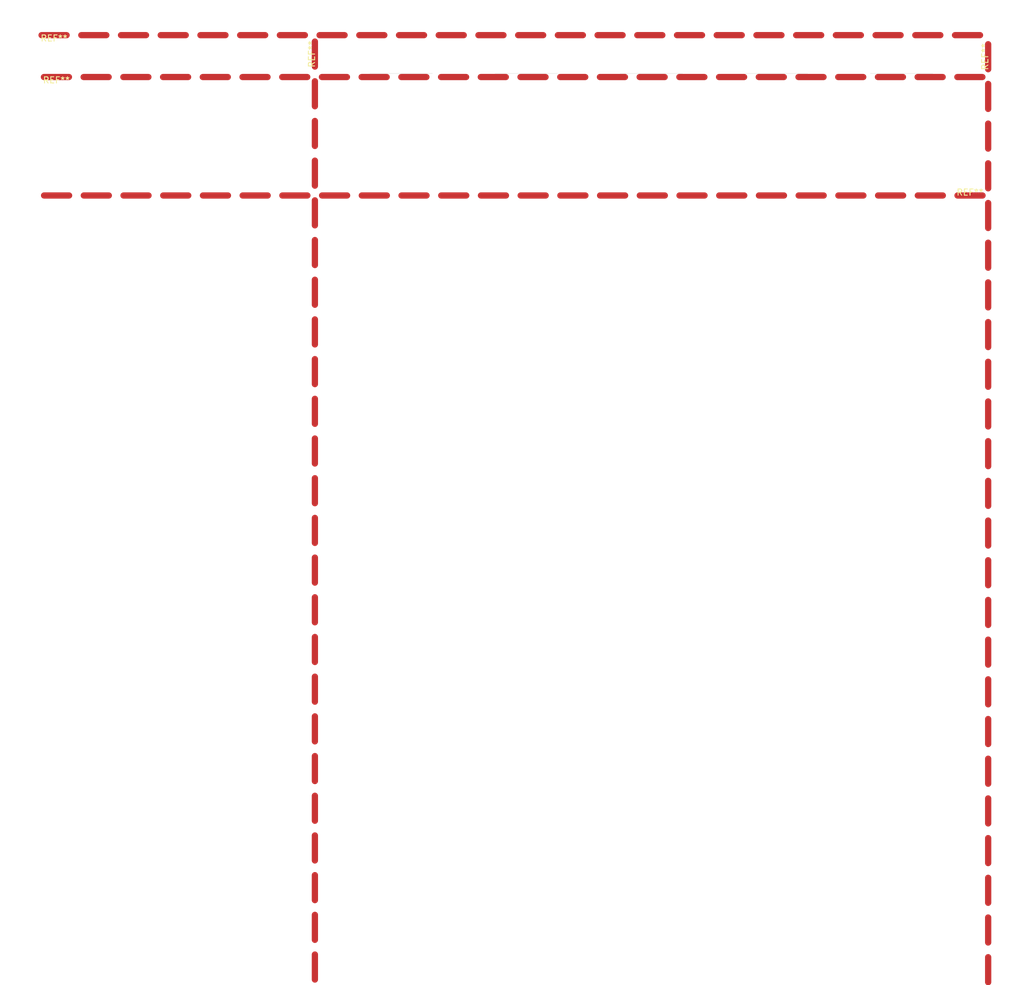
<source format=kicad_pcb>
(kicad_pcb (version 20171130) (host pcbnew 5.1.5+dfsg1-2build2)

  (general
    (thickness 1.6)
    (drawings 72)
    (tracks 0)
    (zones 0)
    (modules 5)
    (nets 1)
  )

  (page A4)
  (layers
    (0 F.Cu signal)
    (31 B.Cu signal)
    (32 B.Adhes user)
    (33 F.Adhes user)
    (34 B.Paste user)
    (35 F.Paste user)
    (36 B.SilkS user)
    (37 F.SilkS user)
    (38 B.Mask user)
    (39 F.Mask user)
    (40 Dwgs.User user)
    (41 Cmts.User user)
    (42 Eco1.User user)
    (43 Eco2.User user)
    (44 Edge.Cuts user)
    (45 Margin user)
    (46 B.CrtYd user)
    (47 F.CrtYd user)
    (48 B.Fab user)
    (49 F.Fab user)
  )

  (setup
    (last_trace_width 0.35)
    (trace_clearance 0.25)
    (zone_clearance 0.508)
    (zone_45_only no)
    (trace_min 0.3)
    (via_size 0.8)
    (via_drill 0.4)
    (via_min_size 0.5)
    (via_min_drill 0.4)
    (uvia_size 0.3)
    (uvia_drill 0.1)
    (uvias_allowed no)
    (uvia_min_size 0.2)
    (uvia_min_drill 0.1)
    (edge_width 0.05)
    (segment_width 0.2)
    (pcb_text_width 0.3)
    (pcb_text_size 1.5 1.5)
    (mod_edge_width 0.12)
    (mod_text_size 1 1)
    (mod_text_width 0.15)
    (pad_size 1.524 1.524)
    (pad_drill 0.762)
    (pad_to_mask_clearance 0.051)
    (solder_mask_min_width 0.25)
    (aux_axis_origin 0 0)
    (visible_elements FFFFFF7F)
    (pcbplotparams
      (layerselection 0x010fc_ffffffff)
      (usegerberextensions false)
      (usegerberattributes false)
      (usegerberadvancedattributes false)
      (creategerberjobfile false)
      (excludeedgelayer true)
      (linewidth 0.100000)
      (plotframeref false)
      (viasonmask false)
      (mode 1)
      (useauxorigin false)
      (hpglpennumber 1)
      (hpglpenspeed 20)
      (hpglpendiameter 15.000000)
      (psnegative false)
      (psa4output false)
      (plotreference true)
      (plotvalue true)
      (plotinvisibletext false)
      (padsonsilk false)
      (subtractmaskfromsilk false)
      (outputformat 1)
      (mirror false)
      (drillshape 1)
      (scaleselection 1)
      (outputdirectory ""))
  )

  (net 0 "")

  (net_class Default "This is the default net class."
    (clearance 0.25)
    (trace_width 0.35)
    (via_dia 0.8)
    (via_drill 0.4)
    (uvia_dia 0.3)
    (uvia_drill 0.1)
    (diff_pair_width 0.3)
    (diff_pair_gap 0.25)
  )

  (net_class Power ""
    (clearance 0.25)
    (trace_width 0.45)
    (via_dia 1)
    (via_drill 0.4)
    (uvia_dia 0.3)
    (uvia_drill 0.1)
    (diff_pair_width 0.3)
    (diff_pair_gap 0.25)
  )

  (module Digi:Long_Pad_single_sided (layer F.Cu) (tedit 5F2CBB43) (tstamp 5F2D187A)
    (at 171.15 66.4 180)
    (fp_text reference REF** (at 0 0.5) (layer F.SilkS)
      (effects (font (size 1 1) (thickness 0.15)))
    )
    (fp_text value Long_Pad_single_sided (at 0 -0.5) (layer F.Fab)
      (effects (font (size 1 1) (thickness 0.15)))
    )
    (pad 1 smd oval (at 0 0 180) (size 5 1) (layers F.Cu F.Paste F.Mask))
    (pad 1 smd oval (at 6.35 0 180) (size 5 1) (layers F.Cu F.Paste F.Mask))
    (pad 1 smd oval (at 12.7 0 180) (size 5 1) (layers F.Cu F.Paste F.Mask))
    (pad 1 smd oval (at 19.05 0 180) (size 5 1) (layers F.Cu F.Paste F.Mask))
    (pad 1 smd oval (at 25.4 0 180) (size 5 1) (layers F.Cu F.Paste F.Mask))
    (pad 1 smd oval (at 31.75 0 180) (size 5 1) (layers F.Cu F.Paste F.Mask))
    (pad 1 smd oval (at 38.1 0 180) (size 5 1) (layers F.Cu F.Paste F.Mask))
    (pad 1 smd oval (at 44.45 0 180) (size 5 1) (layers F.Cu F.Paste F.Mask))
    (pad 1 smd oval (at 50.8 0 180) (size 5 1) (layers F.Cu F.Paste F.Mask))
    (pad 1 smd oval (at 57.15 0 180) (size 5 1) (layers F.Cu F.Paste F.Mask))
    (pad 1 smd oval (at 63.5 0 180) (size 5 1) (layers F.Cu F.Paste F.Mask))
    (pad 1 smd oval (at 69.85 0 180) (size 5 1) (layers F.Cu F.Paste F.Mask))
    (pad 1 smd oval (at 76.2 0 180) (size 5 1) (layers F.Cu F.Paste F.Mask))
    (pad 1 smd oval (at 82.55 0 180) (size 5 1) (layers F.Cu F.Paste F.Mask))
    (pad 1 smd oval (at 88.9 0 180) (size 5 1) (layers F.Cu F.Paste F.Mask))
    (pad 1 smd oval (at 95.25 0 180) (size 5 1) (layers F.Cu F.Paste F.Mask))
    (pad 1 smd oval (at 101.6 0 180) (size 5 1) (layers F.Cu F.Paste F.Mask))
    (pad 1 smd oval (at 107.95 0 180) (size 5 1) (layers F.Cu F.Paste F.Mask))
    (pad 1 smd oval (at 114.3 0 180) (size 5 1) (layers F.Cu F.Paste F.Mask))
    (pad 1 smd oval (at 120.65 0 180) (size 5 1) (layers F.Cu F.Paste F.Mask))
    (pad 1 smd oval (at 127 0 180) (size 5 1) (layers F.Cu F.Paste F.Mask))
    (pad 1 smd oval (at 133.35 0 180) (size 5 1) (layers F.Cu F.Paste F.Mask))
    (pad 1 smd oval (at 139.7 0 180) (size 5 1) (layers F.Cu F.Paste F.Mask))
    (pad 1 smd oval (at 146.05 0 180) (size 5 1) (layers F.Cu F.Paste F.Mask))
  )

  (module Digi:Long_Pad_single_sided (layer F.Cu) (tedit 5F2CBB43) (tstamp 5F2D187A)
    (at 25.075 47.45)
    (fp_text reference REF** (at 0 0.5) (layer F.SilkS)
      (effects (font (size 1 1) (thickness 0.15)))
    )
    (fp_text value Long_Pad_single_sided (at 0 -0.5) (layer F.Fab)
      (effects (font (size 1 1) (thickness 0.15)))
    )
    (pad 1 smd oval (at 0 0) (size 5 1) (layers F.Cu F.Paste F.Mask))
    (pad 1 smd oval (at 6.35 0) (size 5 1) (layers F.Cu F.Paste F.Mask))
    (pad 1 smd oval (at 12.7 0) (size 5 1) (layers F.Cu F.Paste F.Mask))
    (pad 1 smd oval (at 19.05 0) (size 5 1) (layers F.Cu F.Paste F.Mask))
    (pad 1 smd oval (at 25.4 0) (size 5 1) (layers F.Cu F.Paste F.Mask))
    (pad 1 smd oval (at 31.75 0) (size 5 1) (layers F.Cu F.Paste F.Mask))
    (pad 1 smd oval (at 38.1 0) (size 5 1) (layers F.Cu F.Paste F.Mask))
    (pad 1 smd oval (at 44.45 0) (size 5 1) (layers F.Cu F.Paste F.Mask))
    (pad 1 smd oval (at 50.8 0) (size 5 1) (layers F.Cu F.Paste F.Mask))
    (pad 1 smd oval (at 57.15 0) (size 5 1) (layers F.Cu F.Paste F.Mask))
    (pad 1 smd oval (at 63.5 0) (size 5 1) (layers F.Cu F.Paste F.Mask))
    (pad 1 smd oval (at 69.85 0) (size 5 1) (layers F.Cu F.Paste F.Mask))
    (pad 1 smd oval (at 76.2 0) (size 5 1) (layers F.Cu F.Paste F.Mask))
    (pad 1 smd oval (at 82.55 0) (size 5 1) (layers F.Cu F.Paste F.Mask))
    (pad 1 smd oval (at 88.9 0) (size 5 1) (layers F.Cu F.Paste F.Mask))
    (pad 1 smd oval (at 95.25 0) (size 5 1) (layers F.Cu F.Paste F.Mask))
    (pad 1 smd oval (at 101.6 0) (size 5 1) (layers F.Cu F.Paste F.Mask))
    (pad 1 smd oval (at 107.95 0) (size 5 1) (layers F.Cu F.Paste F.Mask))
    (pad 1 smd oval (at 114.3 0) (size 5 1) (layers F.Cu F.Paste F.Mask))
    (pad 1 smd oval (at 120.65 0) (size 5 1) (layers F.Cu F.Paste F.Mask))
    (pad 1 smd oval (at 127 0) (size 5 1) (layers F.Cu F.Paste F.Mask))
    (pad 1 smd oval (at 133.35 0) (size 5 1) (layers F.Cu F.Paste F.Mask))
    (pad 1 smd oval (at 139.7 0) (size 5 1) (layers F.Cu F.Paste F.Mask))
    (pad 1 smd oval (at 146.05 0) (size 5 1) (layers F.Cu F.Paste F.Mask))
  )

  (module Digi:Long_Pad_single_sided (layer F.Cu) (tedit 5F2CBB43) (tstamp 5F2D187A)
    (at 66.4 43.775 270)
    (fp_text reference REF** (at 0 0.5 90) (layer F.SilkS)
      (effects (font (size 1 1) (thickness 0.15)))
    )
    (fp_text value Long_Pad_single_sided (at 0 -0.5 90) (layer F.Fab)
      (effects (font (size 1 1) (thickness 0.15)))
    )
    (pad 1 smd oval (at 0 0 270) (size 5 1) (layers F.Cu F.Paste F.Mask))
    (pad 1 smd oval (at 6.35 0 270) (size 5 1) (layers F.Cu F.Paste F.Mask))
    (pad 1 smd oval (at 12.7 0 270) (size 5 1) (layers F.Cu F.Paste F.Mask))
    (pad 1 smd oval (at 19.05 0 270) (size 5 1) (layers F.Cu F.Paste F.Mask))
    (pad 1 smd oval (at 25.4 0 270) (size 5 1) (layers F.Cu F.Paste F.Mask))
    (pad 1 smd oval (at 31.75 0 270) (size 5 1) (layers F.Cu F.Paste F.Mask))
    (pad 1 smd oval (at 38.1 0 270) (size 5 1) (layers F.Cu F.Paste F.Mask))
    (pad 1 smd oval (at 44.45 0 270) (size 5 1) (layers F.Cu F.Paste F.Mask))
    (pad 1 smd oval (at 50.8 0 270) (size 5 1) (layers F.Cu F.Paste F.Mask))
    (pad 1 smd oval (at 57.15 0 270) (size 5 1) (layers F.Cu F.Paste F.Mask))
    (pad 1 smd oval (at 63.5 0 270) (size 5 1) (layers F.Cu F.Paste F.Mask))
    (pad 1 smd oval (at 69.85 0 270) (size 5 1) (layers F.Cu F.Paste F.Mask))
    (pad 1 smd oval (at 76.2 0 270) (size 5 1) (layers F.Cu F.Paste F.Mask))
    (pad 1 smd oval (at 82.55 0 270) (size 5 1) (layers F.Cu F.Paste F.Mask))
    (pad 1 smd oval (at 88.9 0 270) (size 5 1) (layers F.Cu F.Paste F.Mask))
    (pad 1 smd oval (at 95.25 0 270) (size 5 1) (layers F.Cu F.Paste F.Mask))
    (pad 1 smd oval (at 101.6 0 270) (size 5 1) (layers F.Cu F.Paste F.Mask))
    (pad 1 smd oval (at 107.95 0 270) (size 5 1) (layers F.Cu F.Paste F.Mask))
    (pad 1 smd oval (at 114.3 0 270) (size 5 1) (layers F.Cu F.Paste F.Mask))
    (pad 1 smd oval (at 120.65 0 270) (size 5 1) (layers F.Cu F.Paste F.Mask))
    (pad 1 smd oval (at 127 0 270) (size 5 1) (layers F.Cu F.Paste F.Mask))
    (pad 1 smd oval (at 133.35 0 270) (size 5 1) (layers F.Cu F.Paste F.Mask))
    (pad 1 smd oval (at 139.7 0 270) (size 5 1) (layers F.Cu F.Paste F.Mask))
    (pad 1 smd oval (at 146.05 0 270) (size 5 1) (layers F.Cu F.Paste F.Mask))
  )

  (module Digi:Long_Pad_single_sided (layer F.Cu) (tedit 5F2CBB43) (tstamp 5F2D187A)
    (at 174.05 44.2 270)
    (fp_text reference REF** (at 0 0.5 90) (layer F.SilkS)
      (effects (font (size 1 1) (thickness 0.15)))
    )
    (fp_text value Long_Pad_single_sided (at 0 -0.5 90) (layer F.Fab)
      (effects (font (size 1 1) (thickness 0.15)))
    )
    (pad 1 smd oval (at 0 0 270) (size 5 1) (layers F.Cu F.Paste F.Mask))
    (pad 1 smd oval (at 6.35 0 270) (size 5 1) (layers F.Cu F.Paste F.Mask))
    (pad 1 smd oval (at 12.7 0 270) (size 5 1) (layers F.Cu F.Paste F.Mask))
    (pad 1 smd oval (at 19.05 0 270) (size 5 1) (layers F.Cu F.Paste F.Mask))
    (pad 1 smd oval (at 25.4 0 270) (size 5 1) (layers F.Cu F.Paste F.Mask))
    (pad 1 smd oval (at 31.75 0 270) (size 5 1) (layers F.Cu F.Paste F.Mask))
    (pad 1 smd oval (at 38.1 0 270) (size 5 1) (layers F.Cu F.Paste F.Mask))
    (pad 1 smd oval (at 44.45 0 270) (size 5 1) (layers F.Cu F.Paste F.Mask))
    (pad 1 smd oval (at 50.8 0 270) (size 5 1) (layers F.Cu F.Paste F.Mask))
    (pad 1 smd oval (at 57.15 0 270) (size 5 1) (layers F.Cu F.Paste F.Mask))
    (pad 1 smd oval (at 63.5 0 270) (size 5 1) (layers F.Cu F.Paste F.Mask))
    (pad 1 smd oval (at 69.85 0 270) (size 5 1) (layers F.Cu F.Paste F.Mask))
    (pad 1 smd oval (at 76.2 0 270) (size 5 1) (layers F.Cu F.Paste F.Mask))
    (pad 1 smd oval (at 82.55 0 270) (size 5 1) (layers F.Cu F.Paste F.Mask))
    (pad 1 smd oval (at 88.9 0 270) (size 5 1) (layers F.Cu F.Paste F.Mask))
    (pad 1 smd oval (at 95.25 0 270) (size 5 1) (layers F.Cu F.Paste F.Mask))
    (pad 1 smd oval (at 101.6 0 270) (size 5 1) (layers F.Cu F.Paste F.Mask))
    (pad 1 smd oval (at 107.95 0 270) (size 5 1) (layers F.Cu F.Paste F.Mask))
    (pad 1 smd oval (at 114.3 0 270) (size 5 1) (layers F.Cu F.Paste F.Mask))
    (pad 1 smd oval (at 120.65 0 270) (size 5 1) (layers F.Cu F.Paste F.Mask))
    (pad 1 smd oval (at 127 0 270) (size 5 1) (layers F.Cu F.Paste F.Mask))
    (pad 1 smd oval (at 133.35 0 270) (size 5 1) (layers F.Cu F.Paste F.Mask))
    (pad 1 smd oval (at 139.7 0 270) (size 5 1) (layers F.Cu F.Paste F.Mask))
    (pad 1 smd oval (at 146.05 0 270) (size 5 1) (layers F.Cu F.Paste F.Mask))
  )

  (module Digi:Long_Pad_single_sided (layer F.Cu) (tedit 5F2CBB43) (tstamp 5F2D187A)
    (at 24.7 40.75)
    (fp_text reference REF** (at 0 0.5) (layer F.SilkS)
      (effects (font (size 1 1) (thickness 0.15)))
    )
    (fp_text value Long_Pad_single_sided (at 0 -0.5) (layer F.Fab)
      (effects (font (size 1 1) (thickness 0.15)))
    )
    (pad 1 smd oval (at 0 0) (size 5 1) (layers F.Cu F.Paste F.Mask))
    (pad 1 smd oval (at 6.35 0) (size 5 1) (layers F.Cu F.Paste F.Mask))
    (pad 1 smd oval (at 12.7 0) (size 5 1) (layers F.Cu F.Paste F.Mask))
    (pad 1 smd oval (at 19.05 0) (size 5 1) (layers F.Cu F.Paste F.Mask))
    (pad 1 smd oval (at 25.4 0) (size 5 1) (layers F.Cu F.Paste F.Mask))
    (pad 1 smd oval (at 31.75 0) (size 5 1) (layers F.Cu F.Paste F.Mask))
    (pad 1 smd oval (at 38.1 0) (size 5 1) (layers F.Cu F.Paste F.Mask))
    (pad 1 smd oval (at 44.45 0) (size 5 1) (layers F.Cu F.Paste F.Mask))
    (pad 1 smd oval (at 50.8 0) (size 5 1) (layers F.Cu F.Paste F.Mask))
    (pad 1 smd oval (at 57.15 0) (size 5 1) (layers F.Cu F.Paste F.Mask))
    (pad 1 smd oval (at 63.5 0) (size 5 1) (layers F.Cu F.Paste F.Mask))
    (pad 1 smd oval (at 69.85 0) (size 5 1) (layers F.Cu F.Paste F.Mask))
    (pad 1 smd oval (at 76.2 0) (size 5 1) (layers F.Cu F.Paste F.Mask))
    (pad 1 smd oval (at 82.55 0) (size 5 1) (layers F.Cu F.Paste F.Mask))
    (pad 1 smd oval (at 88.9 0) (size 5 1) (layers F.Cu F.Paste F.Mask))
    (pad 1 smd oval (at 95.25 0) (size 5 1) (layers F.Cu F.Paste F.Mask))
    (pad 1 smd oval (at 101.6 0) (size 5 1) (layers F.Cu F.Paste F.Mask))
    (pad 1 smd oval (at 107.95 0) (size 5 1) (layers F.Cu F.Paste F.Mask))
    (pad 1 smd oval (at 114.3 0) (size 5 1) (layers F.Cu F.Paste F.Mask))
    (pad 1 smd oval (at 120.65 0) (size 5 1) (layers F.Cu F.Paste F.Mask))
    (pad 1 smd oval (at 127 0) (size 5 1) (layers F.Cu F.Paste F.Mask))
    (pad 1 smd oval (at 133.35 0) (size 5 1) (layers F.Cu F.Paste F.Mask))
    (pad 1 smd oval (at 139.7 0) (size 5 1) (layers F.Cu F.Paste F.Mask))
    (pad 1 smd oval (at 146.05 0) (size 5 1) (layers F.Cu F.Paste F.Mask))
  )

  (gr_line (start 155.199999 46.875) (end 165.199999 46.875) (layer Edge.Cuts) (width 0.05) (tstamp 5F2CBA09))
  (gr_line (start 135.199999 46.875) (end 145.199999 46.875) (layer Edge.Cuts) (width 0.05) (tstamp 5F2CBA08))
  (gr_line (start 115.199999 46.875) (end 125.199999 46.875) (layer Edge.Cuts) (width 0.05) (tstamp 5F2CBA07))
  (gr_line (start 95.199999 46.875) (end 105.199999 46.875) (layer Edge.Cuts) (width 0.05) (tstamp 5F2CBA06))
  (gr_line (start 75.199999 46.875) (end 85.199999 46.875) (layer Edge.Cuts) (width 0.05) (tstamp 5F2CBA05))
  (gr_line (start 145.199999 45.275) (end 135.199999 45.275) (layer Edge.Cuts) (width 0.00031))
  (gr_line (start 165.200001 66.999999) (end 165.200001 68.599999) (layer Edge.Cuts) (width 0.00031))
  (gr_line (start 105.199999 46.875) (end 105.199999 45.275) (layer Edge.Cuts) (width 0.00031))
  (gr_line (start 125.199999 46.875) (end 125.199999 45.275) (layer Edge.Cuts) (width 0.00031))
  (gr_line (start 115.199999 45.275) (end 115.199999 46.875) (layer Edge.Cuts) (width 0.00031))
  (gr_line (start 85.199999 45.275) (end 75.199999 45.275) (layer Edge.Cuts) (width 0.00031))
  (gr_line (start 125.199999 45.275) (end 115.199999 45.275) (layer Edge.Cuts) (width 0.00031))
  (gr_line (start 135.199999 45.275) (end 135.199999 46.875) (layer Edge.Cuts) (width 0.00031))
  (gr_line (start 145.200001 66.999999) (end 145.200001 68.599999) (layer Edge.Cuts) (width 0.00031))
  (gr_line (start 65.800001 58.599999) (end 65.800001 68.599999) (layer Edge.Cuts) (width 0.00031))
  (gr_line (start 95.200001 40.199999) (end 95.200001 38.599999) (layer Edge.Cuts) (width 0.00031))
  (gr_line (start 95.200001 66.999999) (end 105.200001 66.999999) (layer Edge.Cuts) (width 0.00031))
  (gr_line (start 75.199999 45.275) (end 75.199999 46.875) (layer Edge.Cuts) (width 0.00031))
  (gr_line (start 115.200001 38.599999) (end 105.200001 38.599999) (layer Edge.Cuts) (width 0.00031))
  (gr_line (start 115.200001 66.999999) (end 125.200001 66.999999) (layer Edge.Cuts) (width 0.00031))
  (gr_line (start 85.200001 66.999999) (end 85.200001 68.599999) (layer Edge.Cuts) (width 0.00031))
  (gr_line (start 155.200001 38.599999) (end 145.200001 38.599999) (layer Edge.Cuts) (width 0.00031))
  (gr_line (start 125.200001 38.599999) (end 125.200001 40.199999) (layer Edge.Cuts) (width 0.00031))
  (gr_line (start 135.200001 38.599999) (end 125.200001 38.599999) (layer Edge.Cuts) (width 0.00031))
  (gr_line (start 145.200001 40.199999) (end 135.200001 40.199999) (layer Edge.Cuts) (width 0.00031))
  (gr_line (start 135.200001 40.199999) (end 135.200001 38.599999) (layer Edge.Cuts) (width 0.00031))
  (gr_line (start 145.200001 38.599999) (end 145.200001 40.199999) (layer Edge.Cuts) (width 0.00031))
  (gr_line (start 165.200001 40.199999) (end 155.200001 40.199999) (layer Edge.Cuts) (width 0.00031))
  (gr_line (start 85.200001 38.599999) (end 85.200001 40.199999) (layer Edge.Cuts) (width 0.00031))
  (gr_line (start 95.200001 38.599999) (end 85.200001 38.599999) (layer Edge.Cuts) (width 0.00031))
  (gr_line (start 125.200001 66.999999) (end 125.200001 68.599999) (layer Edge.Cuts) (width 0.00031))
  (gr_line (start 105.200001 66.999999) (end 105.200001 68.599999) (layer Edge.Cuts) (width 0.00031))
  (gr_line (start 65.800001 38.599999) (end 65.800001 48.599999) (layer Edge.Cuts) (width 0.00031))
  (gr_line (start 105.200001 68.599999) (end 115.200001 68.599999) (layer Edge.Cuts) (width 0.00031))
  (gr_line (start 85.200001 40.199999) (end 75.200001 40.199999) (layer Edge.Cuts) (width 0.00031))
  (gr_line (start 75.200001 38.599999) (end 65.800001 38.599999) (layer Edge.Cuts) (width 0.00031))
  (gr_line (start 75.200001 40.199999) (end 75.200001 38.599999) (layer Edge.Cuts) (width 0.00031))
  (gr_line (start 65.800001 48.599999) (end 64.2 48.599999) (layer Edge.Cuts) (width 0.00031))
  (gr_line (start 155.200001 66.999999) (end 165.200001 66.999999) (layer Edge.Cuts) (width 0.00031))
  (gr_line (start 105.200001 40.199999) (end 95.200001 40.199999) (layer Edge.Cuts) (width 0.00031))
  (gr_line (start 155.200001 68.599999) (end 155.200001 66.999999) (layer Edge.Cuts) (width 0.00031))
  (gr_line (start 135.200001 68.599999) (end 135.200001 66.999999) (layer Edge.Cuts) (width 0.00031))
  (gr_line (start 135.200001 66.999999) (end 145.200001 66.999999) (layer Edge.Cuts) (width 0.00031))
  (gr_line (start 155.199999 45.275) (end 155.199999 46.875) (layer Edge.Cuts) (width 0.00031))
  (gr_line (start 165.199999 46.875) (end 165.199999 45.275) (layer Edge.Cuts) (width 0.00031))
  (gr_line (start 125.200001 68.599999) (end 135.200001 68.599999) (layer Edge.Cuts) (width 0.00031))
  (gr_line (start 165.199999 45.275) (end 155.199999 45.275) (layer Edge.Cuts) (width 0.00031))
  (gr_line (start 85.199999 46.875) (end 85.199999 45.275) (layer Edge.Cuts) (width 0.00031))
  (gr_line (start 95.199999 45.275) (end 95.199999 46.875) (layer Edge.Cuts) (width 0.00031))
  (gr_line (start 105.199999 45.275) (end 95.199999 45.275) (layer Edge.Cuts) (width 0.00031))
  (gr_line (start 64.2 48.599999) (end 64.2 58.599999) (layer Edge.Cuts) (width 0.00031))
  (gr_line (start 176.200001 48.599999) (end 174.600001 48.599999) (layer Edge.Cuts) (width 0.00031))
  (gr_line (start 176.200001 58.599999) (end 176.200001 48.599999) (layer Edge.Cuts) (width 0.00031))
  (gr_line (start 125.200001 40.199999) (end 115.200001 40.199999) (layer Edge.Cuts) (width 0.00031))
  (gr_line (start 174.600001 58.599999) (end 176.200001 58.599999) (layer Edge.Cuts) (width 0.00031))
  (gr_line (start 174.600001 68.599999) (end 174.600001 58.599999) (layer Edge.Cuts) (width 0.00031))
  (gr_line (start 155.200001 40.199999) (end 155.200001 38.599999) (layer Edge.Cuts) (width 0.00031))
  (gr_line (start 165.200001 38.599999) (end 165.200001 40.199999) (layer Edge.Cuts) (width 0.00031))
  (gr_line (start 174.600001 38.599999) (end 165.200001 38.599999) (layer Edge.Cuts) (width 0.00031))
  (gr_line (start 174.600001 48.599999) (end 174.600001 38.599999) (layer Edge.Cuts) (width 0.00031))
  (gr_line (start 145.200001 68.599999) (end 155.200001 68.599999) (layer Edge.Cuts) (width 0.00031))
  (gr_line (start 145.199999 46.875) (end 145.199999 45.275) (layer Edge.Cuts) (width 0.00031))
  (gr_line (start 64.2 58.599999) (end 65.800001 58.599999) (layer Edge.Cuts) (width 0.00031))
  (gr_line (start 95.200001 68.599999) (end 95.200001 66.999999) (layer Edge.Cuts) (width 0.00031))
  (gr_line (start 115.200001 40.199999) (end 115.200001 38.599999) (layer Edge.Cuts) (width 0.00031))
  (gr_line (start 105.200001 38.599999) (end 105.200001 40.199999) (layer Edge.Cuts) (width 0.00031))
  (gr_line (start 65.800001 68.599999) (end 75.200001 68.599999) (layer Edge.Cuts) (width 0.00031))
  (gr_line (start 115.200001 68.599999) (end 115.200001 66.999999) (layer Edge.Cuts) (width 0.00031))
  (gr_line (start 165.200001 68.599999) (end 174.600001 68.599999) (layer Edge.Cuts) (width 0.00031))
  (gr_line (start 75.200001 66.999999) (end 85.200001 66.999999) (layer Edge.Cuts) (width 0.00031))
  (gr_line (start 75.200001 68.599999) (end 75.200001 66.999999) (layer Edge.Cuts) (width 0.00031))
  (gr_line (start 85.200001 68.599999) (end 95.200001 68.599999) (layer Edge.Cuts) (width 0.00031))

)

</source>
